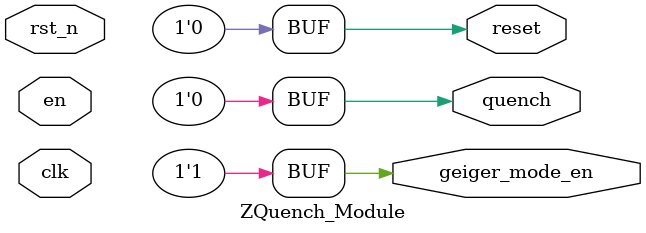
<source format=v>
`timescale 1ns / 1ps
module ZQuench_Module(
	input clk,
	input rst_n,
	input en,
	output geiger_mode_en,
	output quench,
	output reset
    );


reg rquench;
reg rreset;

//50MHz/1MHz/2=25
//50MHz/2MHz/2=12.5
//50MHz/10MHz/2=2.5 (2=>12.5MHz)
//50MHz/1KHz=50,000
//50MHz/10KHz/2=2500
//50MHz/100KHz/2=250
//1KHz generator.
reg [15:0] cnt_1KHz;
always @ (posedge clk or negedge rst_n)
if(!rst_n)
	cnt_1KHz<=16'd0;
else if(cnt_1KHz>=16'd50_000-1)
	cnt_1KHz<=16'd0;
else
	cnt_1KHz<=cnt_1KHz+1'b1;

//another counter to slow down 1KHz.
reg [2:0] counter;
always @ (posedge clk or negedge rst_n)
if(!rst_n)	begin
					counter<=3'd0;
				end
else if(cnt_1KHz>=16'd50_000-1)	begin
									counter<=counter+1'b1;
								end
//driven by Step i.
//quench=1, Vsapd=Vhvps-17.5V
//reset=1,	Vsapd=Vhvps
//				  _____
//quench	_____|     |_________________
//							  _____
//reset		_________________|     |_____
always @ (posedge clk or negedge rst_n)
if(!rst_n)	begin
				rreset<=1'b0;
				rquench<=1'b0;
			end
else 	begin
			case(counter)
				3'd0:			begin	rquench<=1'b0; rreset<=1'b0; end
				3'd1,3'd2: 		begin	rquench<=1'b1; rreset<=1'b0; end
				3'd3,3'd4: 		begin	rquench<=1'b0; rreset<=1'b0; end
				3'd5,3'd6: 		begin	rquench<=1'b0; rreset<=1'b1; end
				default: 		begin	rquench<=1'b0; rreset<=1'b0; end
			endcase
		end


//always Enable Geiger Mode.
assign geiger_mode_en=1'b1;

//for single step debug.
assign reset=1'b0;
assign quench=1'b0;

//for continuous running.
//assign reset=rreset;
//assign quench=rquench;

endmodule

</source>
